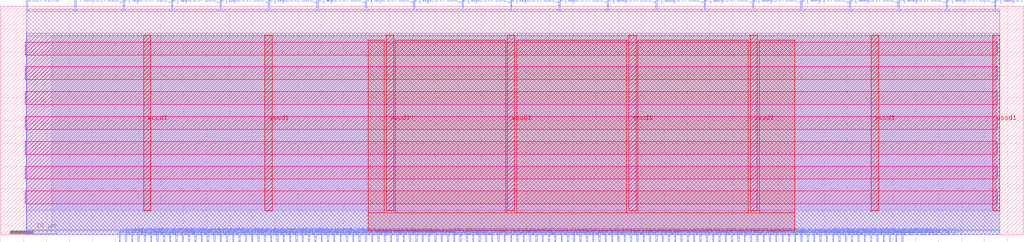
<source format=lef>
VERSION 5.7 ;
  NOWIREEXTENSIONATPIN ON ;
  DIVIDERCHAR "/" ;
  BUSBITCHARS "[]" ;
MACRO N_term_DSP
  CLASS BLOCK ;
  FOREIGN N_term_DSP ;
  ORIGIN 0.000 0.000 ;
  SIZE 223.500 BY 50.000 ;
  PIN FrameStrobe[0]
    DIRECTION INPUT ;
    USE SIGNAL ;
    ANTENNAGATEAREA 0.196500 ;
    PORT
      LAYER met2 ;
        RECT 170.750 -1.500 171.030 0.800 ;
    END
  END FrameStrobe[0]
  PIN FrameStrobe[10]
    DIRECTION INPUT ;
    USE SIGNAL ;
    ANTENNAGATEAREA 0.196500 ;
    PORT
      LAYER met2 ;
        RECT 184.550 -1.500 184.830 0.800 ;
    END
  END FrameStrobe[10]
  PIN FrameStrobe[11]
    DIRECTION INPUT ;
    USE SIGNAL ;
    ANTENNAGATEAREA 0.196500 ;
    PORT
      LAYER met2 ;
        RECT 185.930 -1.500 186.210 0.800 ;
    END
  END FrameStrobe[11]
  PIN FrameStrobe[12]
    DIRECTION INPUT ;
    USE SIGNAL ;
    ANTENNAGATEAREA 0.196500 ;
    PORT
      LAYER met2 ;
        RECT 187.310 -1.500 187.590 0.800 ;
    END
  END FrameStrobe[12]
  PIN FrameStrobe[13]
    DIRECTION INPUT ;
    USE SIGNAL ;
    ANTENNAGATEAREA 0.196500 ;
    PORT
      LAYER met2 ;
        RECT 188.690 -1.500 188.970 0.800 ;
    END
  END FrameStrobe[13]
  PIN FrameStrobe[14]
    DIRECTION INPUT ;
    USE SIGNAL ;
    ANTENNAGATEAREA 0.196500 ;
    PORT
      LAYER met2 ;
        RECT 190.070 -1.500 190.350 0.800 ;
    END
  END FrameStrobe[14]
  PIN FrameStrobe[15]
    DIRECTION INPUT ;
    USE SIGNAL ;
    ANTENNAGATEAREA 0.196500 ;
    PORT
      LAYER met2 ;
        RECT 191.450 -1.500 191.730 0.800 ;
    END
  END FrameStrobe[15]
  PIN FrameStrobe[16]
    DIRECTION INPUT ;
    USE SIGNAL ;
    ANTENNAGATEAREA 0.196500 ;
    PORT
      LAYER met2 ;
        RECT 192.830 -1.500 193.110 0.800 ;
    END
  END FrameStrobe[16]
  PIN FrameStrobe[17]
    DIRECTION INPUT ;
    USE SIGNAL ;
    ANTENNAGATEAREA 0.196500 ;
    PORT
      LAYER met2 ;
        RECT 194.210 -1.500 194.490 0.800 ;
    END
  END FrameStrobe[17]
  PIN FrameStrobe[18]
    DIRECTION INPUT ;
    USE SIGNAL ;
    ANTENNAGATEAREA 0.196500 ;
    PORT
      LAYER met2 ;
        RECT 195.590 -1.500 195.870 0.800 ;
    END
  END FrameStrobe[18]
  PIN FrameStrobe[19]
    DIRECTION INPUT ;
    USE SIGNAL ;
    ANTENNAGATEAREA 0.196500 ;
    PORT
      LAYER met2 ;
        RECT 196.970 -1.500 197.250 0.800 ;
    END
  END FrameStrobe[19]
  PIN FrameStrobe[1]
    DIRECTION INPUT ;
    USE SIGNAL ;
    ANTENNAGATEAREA 0.196500 ;
    PORT
      LAYER met2 ;
        RECT 172.130 -1.500 172.410 0.800 ;
    END
  END FrameStrobe[1]
  PIN FrameStrobe[2]
    DIRECTION INPUT ;
    USE SIGNAL ;
    ANTENNAGATEAREA 0.196500 ;
    PORT
      LAYER met2 ;
        RECT 173.510 -1.500 173.790 0.800 ;
    END
  END FrameStrobe[2]
  PIN FrameStrobe[3]
    DIRECTION INPUT ;
    USE SIGNAL ;
    ANTENNAGATEAREA 0.196500 ;
    PORT
      LAYER met2 ;
        RECT 174.890 -1.500 175.170 0.800 ;
    END
  END FrameStrobe[3]
  PIN FrameStrobe[4]
    DIRECTION INPUT ;
    USE SIGNAL ;
    ANTENNAGATEAREA 0.196500 ;
    PORT
      LAYER met2 ;
        RECT 176.270 -1.500 176.550 0.800 ;
    END
  END FrameStrobe[4]
  PIN FrameStrobe[5]
    DIRECTION INPUT ;
    USE SIGNAL ;
    ANTENNAGATEAREA 0.196500 ;
    PORT
      LAYER met2 ;
        RECT 177.650 -1.500 177.930 0.800 ;
    END
  END FrameStrobe[5]
  PIN FrameStrobe[6]
    DIRECTION INPUT ;
    USE SIGNAL ;
    ANTENNAGATEAREA 0.196500 ;
    PORT
      LAYER met2 ;
        RECT 179.030 -1.500 179.310 0.800 ;
    END
  END FrameStrobe[6]
  PIN FrameStrobe[7]
    DIRECTION INPUT ;
    USE SIGNAL ;
    ANTENNAGATEAREA 0.196500 ;
    PORT
      LAYER met2 ;
        RECT 180.410 -1.500 180.690 0.800 ;
    END
  END FrameStrobe[7]
  PIN FrameStrobe[8]
    DIRECTION INPUT ;
    USE SIGNAL ;
    ANTENNAGATEAREA 0.196500 ;
    PORT
      LAYER met2 ;
        RECT 181.790 -1.500 182.070 0.800 ;
    END
  END FrameStrobe[8]
  PIN FrameStrobe[9]
    DIRECTION INPUT ;
    USE SIGNAL ;
    ANTENNAGATEAREA 0.196500 ;
    PORT
      LAYER met2 ;
        RECT 183.170 -1.500 183.450 0.800 ;
    END
  END FrameStrobe[9]
  PIN FrameStrobe_O[0]
    DIRECTION OUTPUT TRISTATE ;
    USE SIGNAL ;
    ANTENNADIFFAREA 0.445500 ;
    PORT
      LAYER met2 ;
        RECT 16.190 49.200 16.470 51.500 ;
    END
  END FrameStrobe_O[0]
  PIN FrameStrobe_O[10]
    DIRECTION OUTPUT TRISTATE ;
    USE SIGNAL ;
    ANTENNADIFFAREA 0.445500 ;
    PORT
      LAYER met2 ;
        RECT 121.990 49.200 122.270 51.500 ;
    END
  END FrameStrobe_O[10]
  PIN FrameStrobe_O[11]
    DIRECTION OUTPUT TRISTATE ;
    USE SIGNAL ;
    ANTENNADIFFAREA 0.445500 ;
    PORT
      LAYER met2 ;
        RECT 132.570 49.200 132.850 51.500 ;
    END
  END FrameStrobe_O[11]
  PIN FrameStrobe_O[12]
    DIRECTION OUTPUT TRISTATE ;
    USE SIGNAL ;
    ANTENNADIFFAREA 0.445500 ;
    PORT
      LAYER met2 ;
        RECT 143.150 49.200 143.430 51.500 ;
    END
  END FrameStrobe_O[12]
  PIN FrameStrobe_O[13]
    DIRECTION OUTPUT TRISTATE ;
    USE SIGNAL ;
    ANTENNADIFFAREA 0.445500 ;
    PORT
      LAYER met2 ;
        RECT 153.730 49.200 154.010 51.500 ;
    END
  END FrameStrobe_O[13]
  PIN FrameStrobe_O[14]
    DIRECTION OUTPUT TRISTATE ;
    USE SIGNAL ;
    ANTENNADIFFAREA 0.795200 ;
    PORT
      LAYER met2 ;
        RECT 164.310 49.200 164.590 51.500 ;
    END
  END FrameStrobe_O[14]
  PIN FrameStrobe_O[15]
    DIRECTION OUTPUT TRISTATE ;
    USE SIGNAL ;
    ANTENNADIFFAREA 0.445500 ;
    PORT
      LAYER met2 ;
        RECT 174.890 49.200 175.170 51.500 ;
    END
  END FrameStrobe_O[15]
  PIN FrameStrobe_O[16]
    DIRECTION OUTPUT TRISTATE ;
    USE SIGNAL ;
    ANTENNADIFFAREA 0.795200 ;
    PORT
      LAYER met2 ;
        RECT 185.470 49.200 185.750 51.500 ;
    END
  END FrameStrobe_O[16]
  PIN FrameStrobe_O[17]
    DIRECTION OUTPUT TRISTATE ;
    USE SIGNAL ;
    ANTENNADIFFAREA 0.445500 ;
    PORT
      LAYER met2 ;
        RECT 196.050 49.200 196.330 51.500 ;
    END
  END FrameStrobe_O[17]
  PIN FrameStrobe_O[18]
    DIRECTION OUTPUT TRISTATE ;
    USE SIGNAL ;
    ANTENNADIFFAREA 0.795200 ;
    PORT
      LAYER met2 ;
        RECT 206.630 49.200 206.910 51.500 ;
    END
  END FrameStrobe_O[18]
  PIN FrameStrobe_O[19]
    DIRECTION OUTPUT TRISTATE ;
    USE SIGNAL ;
    ANTENNADIFFAREA 0.445500 ;
    PORT
      LAYER met2 ;
        RECT 217.210 49.200 217.490 51.500 ;
    END
  END FrameStrobe_O[19]
  PIN FrameStrobe_O[1]
    DIRECTION OUTPUT TRISTATE ;
    USE SIGNAL ;
    ANTENNADIFFAREA 0.795200 ;
    PORT
      LAYER met2 ;
        RECT 26.770 49.200 27.050 51.500 ;
    END
  END FrameStrobe_O[1]
  PIN FrameStrobe_O[2]
    DIRECTION OUTPUT TRISTATE ;
    USE SIGNAL ;
    ANTENNADIFFAREA 0.445500 ;
    PORT
      LAYER met2 ;
        RECT 37.350 49.200 37.630 51.500 ;
    END
  END FrameStrobe_O[2]
  PIN FrameStrobe_O[3]
    DIRECTION OUTPUT TRISTATE ;
    USE SIGNAL ;
    ANTENNADIFFAREA 0.795200 ;
    PORT
      LAYER met2 ;
        RECT 47.930 49.200 48.210 51.500 ;
    END
  END FrameStrobe_O[3]
  PIN FrameStrobe_O[4]
    DIRECTION OUTPUT TRISTATE ;
    USE SIGNAL ;
    ANTENNADIFFAREA 0.445500 ;
    PORT
      LAYER met2 ;
        RECT 58.510 49.200 58.790 51.500 ;
    END
  END FrameStrobe_O[4]
  PIN FrameStrobe_O[5]
    DIRECTION OUTPUT TRISTATE ;
    USE SIGNAL ;
    ANTENNADIFFAREA 0.795200 ;
    PORT
      LAYER met2 ;
        RECT 69.090 49.200 69.370 51.500 ;
    END
  END FrameStrobe_O[5]
  PIN FrameStrobe_O[6]
    DIRECTION OUTPUT TRISTATE ;
    USE SIGNAL ;
    ANTENNADIFFAREA 0.445500 ;
    PORT
      LAYER met2 ;
        RECT 79.670 49.200 79.950 51.500 ;
    END
  END FrameStrobe_O[6]
  PIN FrameStrobe_O[7]
    DIRECTION OUTPUT TRISTATE ;
    USE SIGNAL ;
    ANTENNADIFFAREA 0.795200 ;
    PORT
      LAYER met2 ;
        RECT 90.250 49.200 90.530 51.500 ;
    END
  END FrameStrobe_O[7]
  PIN FrameStrobe_O[8]
    DIRECTION OUTPUT TRISTATE ;
    USE SIGNAL ;
    ANTENNADIFFAREA 0.445500 ;
    PORT
      LAYER met2 ;
        RECT 100.830 49.200 101.110 51.500 ;
    END
  END FrameStrobe_O[8]
  PIN FrameStrobe_O[9]
    DIRECTION OUTPUT TRISTATE ;
    USE SIGNAL ;
    ANTENNADIFFAREA 0.445500 ;
    PORT
      LAYER met2 ;
        RECT 111.410 49.200 111.690 51.500 ;
    END
  END FrameStrobe_O[9]
  PIN N1END[0]
    DIRECTION INPUT ;
    USE SIGNAL ;
    ANTENNAGATEAREA 0.196500 ;
    PORT
      LAYER met2 ;
        RECT 25.850 -1.500 26.130 0.800 ;
    END
  END N1END[0]
  PIN N1END[1]
    DIRECTION INPUT ;
    USE SIGNAL ;
    ANTENNAGATEAREA 0.196500 ;
    PORT
      LAYER met2 ;
        RECT 27.230 -1.500 27.510 0.800 ;
    END
  END N1END[1]
  PIN N1END[2]
    DIRECTION INPUT ;
    USE SIGNAL ;
    ANTENNAGATEAREA 0.196500 ;
    PORT
      LAYER met2 ;
        RECT 28.610 -1.500 28.890 0.800 ;
    END
  END N1END[2]
  PIN N1END[3]
    DIRECTION INPUT ;
    USE SIGNAL ;
    ANTENNAGATEAREA 0.196500 ;
    PORT
      LAYER met2 ;
        RECT 29.990 -1.500 30.270 0.800 ;
    END
  END N1END[3]
  PIN N2END[0]
    DIRECTION INPUT ;
    USE SIGNAL ;
    ANTENNAGATEAREA 0.196500 ;
    PORT
      LAYER met2 ;
        RECT 42.410 -1.500 42.690 0.800 ;
    END
  END N2END[0]
  PIN N2END[1]
    DIRECTION INPUT ;
    USE SIGNAL ;
    ANTENNAGATEAREA 0.196500 ;
    PORT
      LAYER met2 ;
        RECT 43.790 -1.500 44.070 0.800 ;
    END
  END N2END[1]
  PIN N2END[2]
    DIRECTION INPUT ;
    USE SIGNAL ;
    ANTENNAGATEAREA 0.196500 ;
    PORT
      LAYER met2 ;
        RECT 45.170 -1.500 45.450 0.800 ;
    END
  END N2END[2]
  PIN N2END[3]
    DIRECTION INPUT ;
    USE SIGNAL ;
    ANTENNAGATEAREA 0.196500 ;
    PORT
      LAYER met2 ;
        RECT 46.550 -1.500 46.830 0.800 ;
    END
  END N2END[3]
  PIN N2END[4]
    DIRECTION INPUT ;
    USE SIGNAL ;
    ANTENNAGATEAREA 0.196500 ;
    PORT
      LAYER met2 ;
        RECT 47.930 -1.500 48.210 0.800 ;
    END
  END N2END[4]
  PIN N2END[5]
    DIRECTION INPUT ;
    USE SIGNAL ;
    ANTENNAGATEAREA 0.196500 ;
    PORT
      LAYER met2 ;
        RECT 49.310 -1.500 49.590 0.800 ;
    END
  END N2END[5]
  PIN N2END[6]
    DIRECTION INPUT ;
    USE SIGNAL ;
    ANTENNAGATEAREA 0.196500 ;
    PORT
      LAYER met2 ;
        RECT 50.690 -1.500 50.970 0.800 ;
    END
  END N2END[6]
  PIN N2END[7]
    DIRECTION INPUT ;
    USE SIGNAL ;
    ANTENNAGATEAREA 0.196500 ;
    PORT
      LAYER met2 ;
        RECT 52.070 -1.500 52.350 0.800 ;
    END
  END N2END[7]
  PIN N2MID[0]
    DIRECTION INPUT ;
    USE SIGNAL ;
    ANTENNAGATEAREA 0.196500 ;
    PORT
      LAYER met2 ;
        RECT 31.370 -1.500 31.650 0.800 ;
    END
  END N2MID[0]
  PIN N2MID[1]
    DIRECTION INPUT ;
    USE SIGNAL ;
    ANTENNAGATEAREA 0.196500 ;
    PORT
      LAYER met2 ;
        RECT 32.750 -1.500 33.030 0.800 ;
    END
  END N2MID[1]
  PIN N2MID[2]
    DIRECTION INPUT ;
    USE SIGNAL ;
    ANTENNAGATEAREA 0.196500 ;
    PORT
      LAYER met2 ;
        RECT 34.130 -1.500 34.410 0.800 ;
    END
  END N2MID[2]
  PIN N2MID[3]
    DIRECTION INPUT ;
    USE SIGNAL ;
    ANTENNAGATEAREA 0.196500 ;
    PORT
      LAYER met2 ;
        RECT 35.510 -1.500 35.790 0.800 ;
    END
  END N2MID[3]
  PIN N2MID[4]
    DIRECTION INPUT ;
    USE SIGNAL ;
    ANTENNAGATEAREA 0.196500 ;
    PORT
      LAYER met2 ;
        RECT 36.890 -1.500 37.170 0.800 ;
    END
  END N2MID[4]
  PIN N2MID[5]
    DIRECTION INPUT ;
    USE SIGNAL ;
    ANTENNAGATEAREA 0.196500 ;
    PORT
      LAYER met2 ;
        RECT 38.270 -1.500 38.550 0.800 ;
    END
  END N2MID[5]
  PIN N2MID[6]
    DIRECTION INPUT ;
    USE SIGNAL ;
    ANTENNAGATEAREA 0.196500 ;
    PORT
      LAYER met2 ;
        RECT 39.650 -1.500 39.930 0.800 ;
    END
  END N2MID[6]
  PIN N2MID[7]
    DIRECTION INPUT ;
    USE SIGNAL ;
    ANTENNAGATEAREA 0.196500 ;
    PORT
      LAYER met2 ;
        RECT 41.030 -1.500 41.310 0.800 ;
    END
  END N2MID[7]
  PIN N4END[0]
    DIRECTION INPUT ;
    USE SIGNAL ;
    ANTENNAGATEAREA 0.196500 ;
    PORT
      LAYER met2 ;
        RECT 53.450 -1.500 53.730 0.800 ;
    END
  END N4END[0]
  PIN N4END[10]
    DIRECTION INPUT ;
    USE SIGNAL ;
    ANTENNAGATEAREA 0.196500 ;
    PORT
      LAYER met2 ;
        RECT 67.250 -1.500 67.530 0.800 ;
    END
  END N4END[10]
  PIN N4END[11]
    DIRECTION INPUT ;
    USE SIGNAL ;
    ANTENNAGATEAREA 0.196500 ;
    PORT
      LAYER met2 ;
        RECT 68.630 -1.500 68.910 0.800 ;
    END
  END N4END[11]
  PIN N4END[12]
    DIRECTION INPUT ;
    USE SIGNAL ;
    ANTENNAGATEAREA 0.196500 ;
    PORT
      LAYER met2 ;
        RECT 70.010 -1.500 70.290 0.800 ;
    END
  END N4END[12]
  PIN N4END[13]
    DIRECTION INPUT ;
    USE SIGNAL ;
    ANTENNAGATEAREA 0.196500 ;
    PORT
      LAYER met2 ;
        RECT 71.390 -1.500 71.670 0.800 ;
    END
  END N4END[13]
  PIN N4END[14]
    DIRECTION INPUT ;
    USE SIGNAL ;
    ANTENNAGATEAREA 0.196500 ;
    PORT
      LAYER met2 ;
        RECT 72.770 -1.500 73.050 0.800 ;
    END
  END N4END[14]
  PIN N4END[15]
    DIRECTION INPUT ;
    USE SIGNAL ;
    ANTENNAGATEAREA 0.196500 ;
    PORT
      LAYER met2 ;
        RECT 74.150 -1.500 74.430 0.800 ;
    END
  END N4END[15]
  PIN N4END[1]
    DIRECTION INPUT ;
    USE SIGNAL ;
    ANTENNAGATEAREA 0.196500 ;
    PORT
      LAYER met2 ;
        RECT 54.830 -1.500 55.110 0.800 ;
    END
  END N4END[1]
  PIN N4END[2]
    DIRECTION INPUT ;
    USE SIGNAL ;
    ANTENNAGATEAREA 0.196500 ;
    PORT
      LAYER met2 ;
        RECT 56.210 -1.500 56.490 0.800 ;
    END
  END N4END[2]
  PIN N4END[3]
    DIRECTION INPUT ;
    USE SIGNAL ;
    ANTENNAGATEAREA 0.196500 ;
    PORT
      LAYER met2 ;
        RECT 57.590 -1.500 57.870 0.800 ;
    END
  END N4END[3]
  PIN N4END[4]
    DIRECTION INPUT ;
    USE SIGNAL ;
    ANTENNAGATEAREA 0.196500 ;
    PORT
      LAYER met2 ;
        RECT 58.970 -1.500 59.250 0.800 ;
    END
  END N4END[4]
  PIN N4END[5]
    DIRECTION INPUT ;
    USE SIGNAL ;
    ANTENNAGATEAREA 0.196500 ;
    PORT
      LAYER met2 ;
        RECT 60.350 -1.500 60.630 0.800 ;
    END
  END N4END[5]
  PIN N4END[6]
    DIRECTION INPUT ;
    USE SIGNAL ;
    ANTENNAGATEAREA 0.196500 ;
    PORT
      LAYER met2 ;
        RECT 61.730 -1.500 62.010 0.800 ;
    END
  END N4END[6]
  PIN N4END[7]
    DIRECTION INPUT ;
    USE SIGNAL ;
    ANTENNAGATEAREA 0.196500 ;
    PORT
      LAYER met2 ;
        RECT 63.110 -1.500 63.390 0.800 ;
    END
  END N4END[7]
  PIN N4END[8]
    DIRECTION INPUT ;
    USE SIGNAL ;
    ANTENNAGATEAREA 0.196500 ;
    PORT
      LAYER met2 ;
        RECT 64.490 -1.500 64.770 0.800 ;
    END
  END N4END[8]
  PIN N4END[9]
    DIRECTION INPUT ;
    USE SIGNAL ;
    ANTENNAGATEAREA 0.196500 ;
    PORT
      LAYER met2 ;
        RECT 65.870 -1.500 66.150 0.800 ;
    END
  END N4END[9]
  PIN NN4END[0]
    DIRECTION INPUT ;
    USE SIGNAL ;
    ANTENNAGATEAREA 0.196500 ;
    PORT
      LAYER met2 ;
        RECT 75.530 -1.500 75.810 0.800 ;
    END
  END NN4END[0]
  PIN NN4END[10]
    DIRECTION INPUT ;
    USE SIGNAL ;
    ANTENNAGATEAREA 0.196500 ;
    PORT
      LAYER met2 ;
        RECT 89.330 -1.500 89.610 0.800 ;
    END
  END NN4END[10]
  PIN NN4END[11]
    DIRECTION INPUT ;
    USE SIGNAL ;
    ANTENNAGATEAREA 0.196500 ;
    PORT
      LAYER met2 ;
        RECT 90.710 -1.500 90.990 0.800 ;
    END
  END NN4END[11]
  PIN NN4END[12]
    DIRECTION INPUT ;
    USE SIGNAL ;
    ANTENNAGATEAREA 0.196500 ;
    PORT
      LAYER met2 ;
        RECT 92.090 -1.500 92.370 0.800 ;
    END
  END NN4END[12]
  PIN NN4END[13]
    DIRECTION INPUT ;
    USE SIGNAL ;
    ANTENNAGATEAREA 0.196500 ;
    PORT
      LAYER met2 ;
        RECT 93.470 -1.500 93.750 0.800 ;
    END
  END NN4END[13]
  PIN NN4END[14]
    DIRECTION INPUT ;
    USE SIGNAL ;
    ANTENNAGATEAREA 0.196500 ;
    PORT
      LAYER met2 ;
        RECT 94.850 -1.500 95.130 0.800 ;
    END
  END NN4END[14]
  PIN NN4END[15]
    DIRECTION INPUT ;
    USE SIGNAL ;
    ANTENNAGATEAREA 0.196500 ;
    PORT
      LAYER met2 ;
        RECT 96.230 -1.500 96.510 0.800 ;
    END
  END NN4END[15]
  PIN NN4END[1]
    DIRECTION INPUT ;
    USE SIGNAL ;
    ANTENNAGATEAREA 0.196500 ;
    PORT
      LAYER met2 ;
        RECT 76.910 -1.500 77.190 0.800 ;
    END
  END NN4END[1]
  PIN NN4END[2]
    DIRECTION INPUT ;
    USE SIGNAL ;
    ANTENNAGATEAREA 0.196500 ;
    PORT
      LAYER met2 ;
        RECT 78.290 -1.500 78.570 0.800 ;
    END
  END NN4END[2]
  PIN NN4END[3]
    DIRECTION INPUT ;
    USE SIGNAL ;
    ANTENNAGATEAREA 0.196500 ;
    PORT
      LAYER met2 ;
        RECT 79.670 -1.500 79.950 0.800 ;
    END
  END NN4END[3]
  PIN NN4END[4]
    DIRECTION INPUT ;
    USE SIGNAL ;
    ANTENNAGATEAREA 0.196500 ;
    PORT
      LAYER met2 ;
        RECT 81.050 -1.500 81.330 0.800 ;
    END
  END NN4END[4]
  PIN NN4END[5]
    DIRECTION INPUT ;
    USE SIGNAL ;
    ANTENNAGATEAREA 0.196500 ;
    PORT
      LAYER met2 ;
        RECT 82.430 -1.500 82.710 0.800 ;
    END
  END NN4END[5]
  PIN NN4END[6]
    DIRECTION INPUT ;
    USE SIGNAL ;
    ANTENNAGATEAREA 0.196500 ;
    PORT
      LAYER met2 ;
        RECT 83.810 -1.500 84.090 0.800 ;
    END
  END NN4END[6]
  PIN NN4END[7]
    DIRECTION INPUT ;
    USE SIGNAL ;
    ANTENNAGATEAREA 0.196500 ;
    PORT
      LAYER met2 ;
        RECT 85.190 -1.500 85.470 0.800 ;
    END
  END NN4END[7]
  PIN NN4END[8]
    DIRECTION INPUT ;
    USE SIGNAL ;
    ANTENNAGATEAREA 0.196500 ;
    PORT
      LAYER met2 ;
        RECT 86.570 -1.500 86.850 0.800 ;
    END
  END NN4END[8]
  PIN NN4END[9]
    DIRECTION INPUT ;
    USE SIGNAL ;
    ANTENNAGATEAREA 0.196500 ;
    PORT
      LAYER met2 ;
        RECT 87.950 -1.500 88.230 0.800 ;
    END
  END NN4END[9]
  PIN S1BEG[0]
    DIRECTION OUTPUT TRISTATE ;
    USE SIGNAL ;
    ANTENNADIFFAREA 0.795200 ;
    PORT
      LAYER met2 ;
        RECT 97.610 -1.500 97.890 0.800 ;
    END
  END S1BEG[0]
  PIN S1BEG[1]
    DIRECTION OUTPUT TRISTATE ;
    USE SIGNAL ;
    ANTENNADIFFAREA 0.445500 ;
    PORT
      LAYER met2 ;
        RECT 98.990 -1.500 99.270 0.800 ;
    END
  END S1BEG[1]
  PIN S1BEG[2]
    DIRECTION OUTPUT TRISTATE ;
    USE SIGNAL ;
    ANTENNADIFFAREA 0.445500 ;
    PORT
      LAYER met2 ;
        RECT 100.370 -1.500 100.650 0.800 ;
    END
  END S1BEG[2]
  PIN S1BEG[3]
    DIRECTION OUTPUT TRISTATE ;
    USE SIGNAL ;
    ANTENNADIFFAREA 0.795200 ;
    PORT
      LAYER met2 ;
        RECT 101.750 -1.500 102.030 0.800 ;
    END
  END S1BEG[3]
  PIN S2BEG[0]
    DIRECTION OUTPUT TRISTATE ;
    USE SIGNAL ;
    ANTENNADIFFAREA 0.445500 ;
    PORT
      LAYER met2 ;
        RECT 114.170 -1.500 114.450 0.800 ;
    END
  END S2BEG[0]
  PIN S2BEG[1]
    DIRECTION OUTPUT TRISTATE ;
    USE SIGNAL ;
    ANTENNADIFFAREA 0.445500 ;
    PORT
      LAYER met2 ;
        RECT 115.550 -1.500 115.830 0.800 ;
    END
  END S2BEG[1]
  PIN S2BEG[2]
    DIRECTION OUTPUT TRISTATE ;
    USE SIGNAL ;
    ANTENNADIFFAREA 0.795200 ;
    PORT
      LAYER met2 ;
        RECT 116.930 -1.500 117.210 0.800 ;
    END
  END S2BEG[2]
  PIN S2BEG[3]
    DIRECTION OUTPUT TRISTATE ;
    USE SIGNAL ;
    ANTENNADIFFAREA 0.445500 ;
    PORT
      LAYER met2 ;
        RECT 118.310 -1.500 118.590 0.800 ;
    END
  END S2BEG[3]
  PIN S2BEG[4]
    DIRECTION OUTPUT TRISTATE ;
    USE SIGNAL ;
    ANTENNADIFFAREA 0.445500 ;
    PORT
      LAYER met2 ;
        RECT 119.690 -1.500 119.970 0.800 ;
    END
  END S2BEG[4]
  PIN S2BEG[5]
    DIRECTION OUTPUT TRISTATE ;
    USE SIGNAL ;
    ANTENNADIFFAREA 0.795200 ;
    PORT
      LAYER met2 ;
        RECT 121.070 -1.500 121.350 0.800 ;
    END
  END S2BEG[5]
  PIN S2BEG[6]
    DIRECTION OUTPUT TRISTATE ;
    USE SIGNAL ;
    ANTENNADIFFAREA 0.795200 ;
    PORT
      LAYER met2 ;
        RECT 122.450 -1.500 122.730 0.800 ;
    END
  END S2BEG[6]
  PIN S2BEG[7]
    DIRECTION OUTPUT TRISTATE ;
    USE SIGNAL ;
    ANTENNADIFFAREA 0.795200 ;
    PORT
      LAYER met2 ;
        RECT 123.830 -1.500 124.110 0.800 ;
    END
  END S2BEG[7]
  PIN S2BEGb[0]
    DIRECTION OUTPUT TRISTATE ;
    USE SIGNAL ;
    ANTENNADIFFAREA 0.795200 ;
    PORT
      LAYER met2 ;
        RECT 103.130 -1.500 103.410 0.800 ;
    END
  END S2BEGb[0]
  PIN S2BEGb[1]
    DIRECTION OUTPUT TRISTATE ;
    USE SIGNAL ;
    ANTENNADIFFAREA 0.795200 ;
    PORT
      LAYER met2 ;
        RECT 104.510 -1.500 104.790 0.800 ;
    END
  END S2BEGb[1]
  PIN S2BEGb[2]
    DIRECTION OUTPUT TRISTATE ;
    USE SIGNAL ;
    ANTENNADIFFAREA 0.795200 ;
    PORT
      LAYER met2 ;
        RECT 105.890 -1.500 106.170 0.800 ;
    END
  END S2BEGb[2]
  PIN S2BEGb[3]
    DIRECTION OUTPUT TRISTATE ;
    USE SIGNAL ;
    ANTENNADIFFAREA 0.445500 ;
    PORT
      LAYER met2 ;
        RECT 107.270 -1.500 107.550 0.800 ;
    END
  END S2BEGb[3]
  PIN S2BEGb[4]
    DIRECTION OUTPUT TRISTATE ;
    USE SIGNAL ;
    ANTENNADIFFAREA 0.445500 ;
    PORT
      LAYER met2 ;
        RECT 108.650 -1.500 108.930 0.800 ;
    END
  END S2BEGb[4]
  PIN S2BEGb[5]
    DIRECTION OUTPUT TRISTATE ;
    USE SIGNAL ;
    ANTENNADIFFAREA 0.795200 ;
    PORT
      LAYER met2 ;
        RECT 110.030 -1.500 110.310 0.800 ;
    END
  END S2BEGb[5]
  PIN S2BEGb[6]
    DIRECTION OUTPUT TRISTATE ;
    USE SIGNAL ;
    ANTENNADIFFAREA 0.795200 ;
    PORT
      LAYER met2 ;
        RECT 111.410 -1.500 111.690 0.800 ;
    END
  END S2BEGb[6]
  PIN S2BEGb[7]
    DIRECTION OUTPUT TRISTATE ;
    USE SIGNAL ;
    ANTENNADIFFAREA 0.445500 ;
    PORT
      LAYER met2 ;
        RECT 112.790 -1.500 113.070 0.800 ;
    END
  END S2BEGb[7]
  PIN S4BEG[0]
    DIRECTION OUTPUT TRISTATE ;
    USE SIGNAL ;
    ANTENNADIFFAREA 0.445500 ;
    PORT
      LAYER met2 ;
        RECT 125.210 -1.500 125.490 0.800 ;
    END
  END S4BEG[0]
  PIN S4BEG[10]
    DIRECTION OUTPUT TRISTATE ;
    USE SIGNAL ;
    ANTENNADIFFAREA 0.795200 ;
    PORT
      LAYER met2 ;
        RECT 139.010 -1.500 139.290 0.800 ;
    END
  END S4BEG[10]
  PIN S4BEG[11]
    DIRECTION OUTPUT TRISTATE ;
    USE SIGNAL ;
    ANTENNADIFFAREA 0.795200 ;
    PORT
      LAYER met2 ;
        RECT 140.390 -1.500 140.670 0.800 ;
    END
  END S4BEG[11]
  PIN S4BEG[12]
    DIRECTION OUTPUT TRISTATE ;
    USE SIGNAL ;
    ANTENNADIFFAREA 0.795200 ;
    PORT
      LAYER met2 ;
        RECT 141.770 -1.500 142.050 0.800 ;
    END
  END S4BEG[12]
  PIN S4BEG[13]
    DIRECTION OUTPUT TRISTATE ;
    USE SIGNAL ;
    ANTENNADIFFAREA 0.795200 ;
    PORT
      LAYER met2 ;
        RECT 143.150 -1.500 143.430 0.800 ;
    END
  END S4BEG[13]
  PIN S4BEG[14]
    DIRECTION OUTPUT TRISTATE ;
    USE SIGNAL ;
    ANTENNADIFFAREA 0.795200 ;
    PORT
      LAYER met2 ;
        RECT 144.530 -1.500 144.810 0.800 ;
    END
  END S4BEG[14]
  PIN S4BEG[15]
    DIRECTION OUTPUT TRISTATE ;
    USE SIGNAL ;
    ANTENNADIFFAREA 0.445500 ;
    PORT
      LAYER met2 ;
        RECT 145.910 -1.500 146.190 0.800 ;
    END
  END S4BEG[15]
  PIN S4BEG[1]
    DIRECTION OUTPUT TRISTATE ;
    USE SIGNAL ;
    ANTENNADIFFAREA 0.795200 ;
    PORT
      LAYER met2 ;
        RECT 126.590 -1.500 126.870 0.800 ;
    END
  END S4BEG[1]
  PIN S4BEG[2]
    DIRECTION OUTPUT TRISTATE ;
    USE SIGNAL ;
    ANTENNADIFFAREA 0.795200 ;
    PORT
      LAYER met2 ;
        RECT 127.970 -1.500 128.250 0.800 ;
    END
  END S4BEG[2]
  PIN S4BEG[3]
    DIRECTION OUTPUT TRISTATE ;
    USE SIGNAL ;
    ANTENNADIFFAREA 0.795200 ;
    PORT
      LAYER met2 ;
        RECT 129.350 -1.500 129.630 0.800 ;
    END
  END S4BEG[3]
  PIN S4BEG[4]
    DIRECTION OUTPUT TRISTATE ;
    USE SIGNAL ;
    ANTENNADIFFAREA 0.795200 ;
    PORT
      LAYER met2 ;
        RECT 130.730 -1.500 131.010 0.800 ;
    END
  END S4BEG[4]
  PIN S4BEG[5]
    DIRECTION OUTPUT TRISTATE ;
    USE SIGNAL ;
    ANTENNADIFFAREA 0.795200 ;
    PORT
      LAYER met2 ;
        RECT 132.110 -1.500 132.390 0.800 ;
    END
  END S4BEG[5]
  PIN S4BEG[6]
    DIRECTION OUTPUT TRISTATE ;
    USE SIGNAL ;
    ANTENNADIFFAREA 0.795200 ;
    PORT
      LAYER met2 ;
        RECT 133.490 -1.500 133.770 0.800 ;
    END
  END S4BEG[6]
  PIN S4BEG[7]
    DIRECTION OUTPUT TRISTATE ;
    USE SIGNAL ;
    ANTENNADIFFAREA 0.795200 ;
    PORT
      LAYER met2 ;
        RECT 134.870 -1.500 135.150 0.800 ;
    END
  END S4BEG[7]
  PIN S4BEG[8]
    DIRECTION OUTPUT TRISTATE ;
    USE SIGNAL ;
    ANTENNADIFFAREA 0.795200 ;
    PORT
      LAYER met2 ;
        RECT 136.250 -1.500 136.530 0.800 ;
    END
  END S4BEG[8]
  PIN S4BEG[9]
    DIRECTION OUTPUT TRISTATE ;
    USE SIGNAL ;
    ANTENNADIFFAREA 0.795200 ;
    PORT
      LAYER met2 ;
        RECT 137.630 -1.500 137.910 0.800 ;
    END
  END S4BEG[9]
  PIN SS4BEG[0]
    DIRECTION OUTPUT TRISTATE ;
    USE SIGNAL ;
    ANTENNADIFFAREA 0.795200 ;
    PORT
      LAYER met2 ;
        RECT 147.290 -1.500 147.570 0.800 ;
    END
  END SS4BEG[0]
  PIN SS4BEG[10]
    DIRECTION OUTPUT TRISTATE ;
    USE SIGNAL ;
    ANTENNADIFFAREA 0.795200 ;
    PORT
      LAYER met2 ;
        RECT 161.090 -1.500 161.370 0.800 ;
    END
  END SS4BEG[10]
  PIN SS4BEG[11]
    DIRECTION OUTPUT TRISTATE ;
    USE SIGNAL ;
    ANTENNADIFFAREA 0.795200 ;
    PORT
      LAYER met2 ;
        RECT 162.470 -1.500 162.750 0.800 ;
    END
  END SS4BEG[11]
  PIN SS4BEG[12]
    DIRECTION OUTPUT TRISTATE ;
    USE SIGNAL ;
    ANTENNADIFFAREA 0.795200 ;
    PORT
      LAYER met2 ;
        RECT 163.850 -1.500 164.130 0.800 ;
    END
  END SS4BEG[12]
  PIN SS4BEG[13]
    DIRECTION OUTPUT TRISTATE ;
    USE SIGNAL ;
    ANTENNADIFFAREA 0.795200 ;
    PORT
      LAYER met2 ;
        RECT 165.230 -1.500 165.510 0.800 ;
    END
  END SS4BEG[13]
  PIN SS4BEG[14]
    DIRECTION OUTPUT TRISTATE ;
    USE SIGNAL ;
    ANTENNADIFFAREA 0.795200 ;
    PORT
      LAYER met2 ;
        RECT 166.610 -1.500 166.890 0.800 ;
    END
  END SS4BEG[14]
  PIN SS4BEG[15]
    DIRECTION OUTPUT TRISTATE ;
    USE SIGNAL ;
    ANTENNADIFFAREA 0.795200 ;
    PORT
      LAYER met2 ;
        RECT 167.990 -1.500 168.270 0.800 ;
    END
  END SS4BEG[15]
  PIN SS4BEG[1]
    DIRECTION OUTPUT TRISTATE ;
    USE SIGNAL ;
    ANTENNADIFFAREA 0.795200 ;
    PORT
      LAYER met2 ;
        RECT 148.670 -1.500 148.950 0.800 ;
    END
  END SS4BEG[1]
  PIN SS4BEG[2]
    DIRECTION OUTPUT TRISTATE ;
    USE SIGNAL ;
    ANTENNADIFFAREA 0.795200 ;
    PORT
      LAYER met2 ;
        RECT 150.050 -1.500 150.330 0.800 ;
    END
  END SS4BEG[2]
  PIN SS4BEG[3]
    DIRECTION OUTPUT TRISTATE ;
    USE SIGNAL ;
    ANTENNADIFFAREA 0.795200 ;
    PORT
      LAYER met2 ;
        RECT 151.430 -1.500 151.710 0.800 ;
    END
  END SS4BEG[3]
  PIN SS4BEG[4]
    DIRECTION OUTPUT TRISTATE ;
    USE SIGNAL ;
    ANTENNADIFFAREA 0.445500 ;
    PORT
      LAYER met2 ;
        RECT 152.810 -1.500 153.090 0.800 ;
    END
  END SS4BEG[4]
  PIN SS4BEG[5]
    DIRECTION OUTPUT TRISTATE ;
    USE SIGNAL ;
    ANTENNADIFFAREA 0.795200 ;
    PORT
      LAYER met2 ;
        RECT 154.190 -1.500 154.470 0.800 ;
    END
  END SS4BEG[5]
  PIN SS4BEG[6]
    DIRECTION OUTPUT TRISTATE ;
    USE SIGNAL ;
    ANTENNADIFFAREA 0.795200 ;
    PORT
      LAYER met2 ;
        RECT 155.570 -1.500 155.850 0.800 ;
    END
  END SS4BEG[6]
  PIN SS4BEG[7]
    DIRECTION OUTPUT TRISTATE ;
    USE SIGNAL ;
    ANTENNADIFFAREA 0.795200 ;
    PORT
      LAYER met2 ;
        RECT 156.950 -1.500 157.230 0.800 ;
    END
  END SS4BEG[7]
  PIN SS4BEG[8]
    DIRECTION OUTPUT TRISTATE ;
    USE SIGNAL ;
    ANTENNADIFFAREA 0.795200 ;
    PORT
      LAYER met2 ;
        RECT 158.330 -1.500 158.610 0.800 ;
    END
  END SS4BEG[8]
  PIN SS4BEG[9]
    DIRECTION OUTPUT TRISTATE ;
    USE SIGNAL ;
    ANTENNADIFFAREA 0.795200 ;
    PORT
      LAYER met2 ;
        RECT 159.710 -1.500 159.990 0.800 ;
    END
  END SS4BEG[9]
  PIN UserCLK
    DIRECTION INPUT ;
    USE SIGNAL ;
    ANTENNAGATEAREA 0.196500 ;
    PORT
      LAYER met2 ;
        RECT 169.370 -1.500 169.650 0.800 ;
    END
  END UserCLK
  PIN UserCLKo
    DIRECTION OUTPUT TRISTATE ;
    USE SIGNAL ;
    ANTENNADIFFAREA 0.795200 ;
    PORT
      LAYER met2 ;
        RECT 5.610 49.200 5.890 51.500 ;
    END
  END UserCLKo
  PIN vccd1
    DIRECTION INOUT ;
    USE POWER ;
    PORT
      LAYER met4 ;
        RECT 31.225 5.200 32.825 43.760 ;
    END
    PORT
      LAYER met4 ;
        RECT 84.240 5.200 85.840 43.760 ;
    END
    PORT
      LAYER met4 ;
        RECT 137.255 5.200 138.855 43.760 ;
    END
    PORT
      LAYER met4 ;
        RECT 190.270 5.200 191.870 43.760 ;
    END
  END vccd1
  PIN vssd1
    DIRECTION INOUT ;
    USE GROUND ;
    PORT
      LAYER met4 ;
        RECT 57.730 5.200 59.330 43.760 ;
    END
    PORT
      LAYER met4 ;
        RECT 110.745 5.200 112.345 43.760 ;
    END
    PORT
      LAYER met4 ;
        RECT 163.760 5.200 165.360 43.760 ;
    END
    PORT
      LAYER met4 ;
        RECT 216.775 5.200 218.375 43.760 ;
    END
  END vssd1
  OBS
      LAYER nwell ;
        RECT 5.330 39.385 217.770 42.215 ;
        RECT 5.330 33.945 217.770 36.775 ;
        RECT 5.330 28.505 217.770 31.335 ;
        RECT 5.330 23.065 217.770 25.895 ;
        RECT 5.330 17.625 217.770 20.455 ;
        RECT 5.330 12.185 217.770 15.015 ;
        RECT 5.330 6.745 217.770 9.575 ;
      LAYER li1 ;
        RECT 5.520 5.355 217.580 43.605 ;
      LAYER met1 ;
        RECT 5.520 0.040 218.375 44.160 ;
      LAYER met2 ;
        RECT 6.170 48.920 15.910 49.370 ;
        RECT 16.750 48.920 26.490 49.370 ;
        RECT 27.330 48.920 37.070 49.370 ;
        RECT 37.910 48.920 47.650 49.370 ;
        RECT 48.490 48.920 58.230 49.370 ;
        RECT 59.070 48.920 68.810 49.370 ;
        RECT 69.650 48.920 79.390 49.370 ;
        RECT 80.230 48.920 89.970 49.370 ;
        RECT 90.810 48.920 100.550 49.370 ;
        RECT 101.390 48.920 111.130 49.370 ;
        RECT 111.970 48.920 121.710 49.370 ;
        RECT 122.550 48.920 132.290 49.370 ;
        RECT 133.130 48.920 142.870 49.370 ;
        RECT 143.710 48.920 153.450 49.370 ;
        RECT 154.290 48.920 164.030 49.370 ;
        RECT 164.870 48.920 174.610 49.370 ;
        RECT 175.450 48.920 185.190 49.370 ;
        RECT 186.030 48.920 195.770 49.370 ;
        RECT 196.610 48.920 206.350 49.370 ;
        RECT 207.190 48.920 216.930 49.370 ;
        RECT 217.770 48.920 218.345 49.370 ;
        RECT 5.680 1.080 218.345 48.920 ;
        RECT 5.680 0.010 25.570 1.080 ;
        RECT 26.410 0.010 26.950 1.080 ;
        RECT 27.790 0.010 28.330 1.080 ;
        RECT 29.170 0.010 29.710 1.080 ;
        RECT 30.550 0.010 31.090 1.080 ;
        RECT 31.930 0.010 32.470 1.080 ;
        RECT 33.310 0.010 33.850 1.080 ;
        RECT 34.690 0.010 35.230 1.080 ;
        RECT 36.070 0.010 36.610 1.080 ;
        RECT 37.450 0.010 37.990 1.080 ;
        RECT 38.830 0.010 39.370 1.080 ;
        RECT 40.210 0.010 40.750 1.080 ;
        RECT 41.590 0.010 42.130 1.080 ;
        RECT 42.970 0.010 43.510 1.080 ;
        RECT 44.350 0.010 44.890 1.080 ;
        RECT 45.730 0.010 46.270 1.080 ;
        RECT 47.110 0.010 47.650 1.080 ;
        RECT 48.490 0.010 49.030 1.080 ;
        RECT 49.870 0.010 50.410 1.080 ;
        RECT 51.250 0.010 51.790 1.080 ;
        RECT 52.630 0.010 53.170 1.080 ;
        RECT 54.010 0.010 54.550 1.080 ;
        RECT 55.390 0.010 55.930 1.080 ;
        RECT 56.770 0.010 57.310 1.080 ;
        RECT 58.150 0.010 58.690 1.080 ;
        RECT 59.530 0.010 60.070 1.080 ;
        RECT 60.910 0.010 61.450 1.080 ;
        RECT 62.290 0.010 62.830 1.080 ;
        RECT 63.670 0.010 64.210 1.080 ;
        RECT 65.050 0.010 65.590 1.080 ;
        RECT 66.430 0.010 66.970 1.080 ;
        RECT 67.810 0.010 68.350 1.080 ;
        RECT 69.190 0.010 69.730 1.080 ;
        RECT 70.570 0.010 71.110 1.080 ;
        RECT 71.950 0.010 72.490 1.080 ;
        RECT 73.330 0.010 73.870 1.080 ;
        RECT 74.710 0.010 75.250 1.080 ;
        RECT 76.090 0.010 76.630 1.080 ;
        RECT 77.470 0.010 78.010 1.080 ;
        RECT 78.850 0.010 79.390 1.080 ;
        RECT 80.230 0.010 80.770 1.080 ;
        RECT 81.610 0.010 82.150 1.080 ;
        RECT 82.990 0.010 83.530 1.080 ;
        RECT 84.370 0.010 84.910 1.080 ;
        RECT 85.750 0.010 86.290 1.080 ;
        RECT 87.130 0.010 87.670 1.080 ;
        RECT 88.510 0.010 89.050 1.080 ;
        RECT 89.890 0.010 90.430 1.080 ;
        RECT 91.270 0.010 91.810 1.080 ;
        RECT 92.650 0.010 93.190 1.080 ;
        RECT 94.030 0.010 94.570 1.080 ;
        RECT 95.410 0.010 95.950 1.080 ;
        RECT 96.790 0.010 97.330 1.080 ;
        RECT 98.170 0.010 98.710 1.080 ;
        RECT 99.550 0.010 100.090 1.080 ;
        RECT 100.930 0.010 101.470 1.080 ;
        RECT 102.310 0.010 102.850 1.080 ;
        RECT 103.690 0.010 104.230 1.080 ;
        RECT 105.070 0.010 105.610 1.080 ;
        RECT 106.450 0.010 106.990 1.080 ;
        RECT 107.830 0.010 108.370 1.080 ;
        RECT 109.210 0.010 109.750 1.080 ;
        RECT 110.590 0.010 111.130 1.080 ;
        RECT 111.970 0.010 112.510 1.080 ;
        RECT 113.350 0.010 113.890 1.080 ;
        RECT 114.730 0.010 115.270 1.080 ;
        RECT 116.110 0.010 116.650 1.080 ;
        RECT 117.490 0.010 118.030 1.080 ;
        RECT 118.870 0.010 119.410 1.080 ;
        RECT 120.250 0.010 120.790 1.080 ;
        RECT 121.630 0.010 122.170 1.080 ;
        RECT 123.010 0.010 123.550 1.080 ;
        RECT 124.390 0.010 124.930 1.080 ;
        RECT 125.770 0.010 126.310 1.080 ;
        RECT 127.150 0.010 127.690 1.080 ;
        RECT 128.530 0.010 129.070 1.080 ;
        RECT 129.910 0.010 130.450 1.080 ;
        RECT 131.290 0.010 131.830 1.080 ;
        RECT 132.670 0.010 133.210 1.080 ;
        RECT 134.050 0.010 134.590 1.080 ;
        RECT 135.430 0.010 135.970 1.080 ;
        RECT 136.810 0.010 137.350 1.080 ;
        RECT 138.190 0.010 138.730 1.080 ;
        RECT 139.570 0.010 140.110 1.080 ;
        RECT 140.950 0.010 141.490 1.080 ;
        RECT 142.330 0.010 142.870 1.080 ;
        RECT 143.710 0.010 144.250 1.080 ;
        RECT 145.090 0.010 145.630 1.080 ;
        RECT 146.470 0.010 147.010 1.080 ;
        RECT 147.850 0.010 148.390 1.080 ;
        RECT 149.230 0.010 149.770 1.080 ;
        RECT 150.610 0.010 151.150 1.080 ;
        RECT 151.990 0.010 152.530 1.080 ;
        RECT 153.370 0.010 153.910 1.080 ;
        RECT 154.750 0.010 155.290 1.080 ;
        RECT 156.130 0.010 156.670 1.080 ;
        RECT 157.510 0.010 158.050 1.080 ;
        RECT 158.890 0.010 159.430 1.080 ;
        RECT 160.270 0.010 160.810 1.080 ;
        RECT 161.650 0.010 162.190 1.080 ;
        RECT 163.030 0.010 163.570 1.080 ;
        RECT 164.410 0.010 164.950 1.080 ;
        RECT 165.790 0.010 166.330 1.080 ;
        RECT 167.170 0.010 167.710 1.080 ;
        RECT 168.550 0.010 169.090 1.080 ;
        RECT 169.930 0.010 170.470 1.080 ;
        RECT 171.310 0.010 171.850 1.080 ;
        RECT 172.690 0.010 173.230 1.080 ;
        RECT 174.070 0.010 174.610 1.080 ;
        RECT 175.450 0.010 175.990 1.080 ;
        RECT 176.830 0.010 177.370 1.080 ;
        RECT 178.210 0.010 178.750 1.080 ;
        RECT 179.590 0.010 180.130 1.080 ;
        RECT 180.970 0.010 181.510 1.080 ;
        RECT 182.350 0.010 182.890 1.080 ;
        RECT 183.730 0.010 184.270 1.080 ;
        RECT 185.110 0.010 185.650 1.080 ;
        RECT 186.490 0.010 187.030 1.080 ;
        RECT 187.870 0.010 188.410 1.080 ;
        RECT 189.250 0.010 189.790 1.080 ;
        RECT 190.630 0.010 191.170 1.080 ;
        RECT 192.010 0.010 192.550 1.080 ;
        RECT 193.390 0.010 193.930 1.080 ;
        RECT 194.770 0.010 195.310 1.080 ;
        RECT 196.150 0.010 196.690 1.080 ;
        RECT 197.530 0.010 218.345 1.080 ;
      LAYER met3 ;
        RECT 11.105 0.855 218.365 43.685 ;
      LAYER met4 ;
        RECT 80.335 4.800 83.840 42.665 ;
        RECT 86.240 4.800 110.345 42.665 ;
        RECT 112.745 4.800 136.855 42.665 ;
        RECT 139.255 4.800 163.360 42.665 ;
        RECT 165.760 4.800 173.585 42.665 ;
        RECT 80.335 0.855 173.585 4.800 ;
  END
END N_term_DSP
END LIBRARY


</source>
